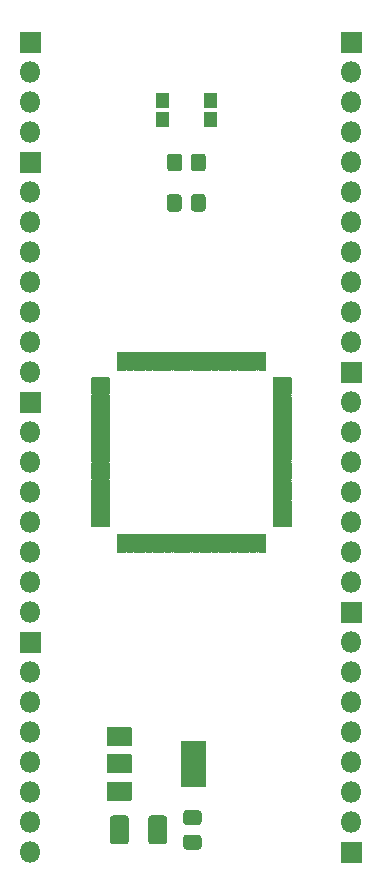
<source format=gbr>
G04 #@! TF.GenerationSoftware,KiCad,Pcbnew,5.1.7-a382d34a8~87~ubuntu20.04.1*
G04 #@! TF.CreationDate,2020-10-24T08:36:22+02:00*
G04 #@! TF.ProjectId,xmega_adapter_board,786d6567-615f-4616-9461-707465725f62,1.2.1*
G04 #@! TF.SameCoordinates,Original*
G04 #@! TF.FileFunction,Soldermask,Top*
G04 #@! TF.FilePolarity,Negative*
%FSLAX46Y46*%
G04 Gerber Fmt 4.6, Leading zero omitted, Abs format (unit mm)*
G04 Created by KiCad (PCBNEW 5.1.7-a382d34a8~87~ubuntu20.04.1) date 2020-10-24 08:36:22*
%MOMM*%
%LPD*%
G01*
G04 APERTURE LIST*
%ADD10O,1.802000X1.802000*%
%ADD11C,0.100000*%
G04 APERTURE END LIST*
G36*
G01*
X202667000Y-73536000D02*
X202667000Y-72336000D01*
G75*
G02*
X202718000Y-72285000I51000J0D01*
G01*
X203718000Y-72285000D01*
G75*
G02*
X203769000Y-72336000I0J-51000D01*
G01*
X203769000Y-73536000D01*
G75*
G02*
X203718000Y-73587000I-51000J0D01*
G01*
X202718000Y-73587000D01*
G75*
G02*
X202667000Y-73536000I0J51000D01*
G01*
G37*
G36*
G01*
X198567000Y-73536000D02*
X198567000Y-72336000D01*
G75*
G02*
X198618000Y-72285000I51000J0D01*
G01*
X199618000Y-72285000D01*
G75*
G02*
X199669000Y-72336000I0J-51000D01*
G01*
X199669000Y-73536000D01*
G75*
G02*
X199618000Y-73587000I-51000J0D01*
G01*
X198618000Y-73587000D01*
G75*
G02*
X198567000Y-73536000I0J51000D01*
G01*
G37*
G36*
G01*
X202667000Y-71936000D02*
X202667000Y-70736000D01*
G75*
G02*
X202718000Y-70685000I51000J0D01*
G01*
X203718000Y-70685000D01*
G75*
G02*
X203769000Y-70736000I0J-51000D01*
G01*
X203769000Y-71936000D01*
G75*
G02*
X203718000Y-71987000I-51000J0D01*
G01*
X202718000Y-71987000D01*
G75*
G02*
X202667000Y-71936000I0J51000D01*
G01*
G37*
G36*
G01*
X198567000Y-71936000D02*
X198567000Y-70736000D01*
G75*
G02*
X198618000Y-70685000I51000J0D01*
G01*
X199618000Y-70685000D01*
G75*
G02*
X199669000Y-70736000I0J-51000D01*
G01*
X199669000Y-71936000D01*
G75*
G02*
X199618000Y-71987000I-51000J0D01*
G01*
X198618000Y-71987000D01*
G75*
G02*
X198567000Y-71936000I0J51000D01*
G01*
G37*
G36*
G01*
X194427000Y-125958000D02*
X194427000Y-124458000D01*
G75*
G02*
X194478000Y-124407000I51000J0D01*
G01*
X196478000Y-124407000D01*
G75*
G02*
X196529000Y-124458000I0J-51000D01*
G01*
X196529000Y-125958000D01*
G75*
G02*
X196478000Y-126009000I-51000J0D01*
G01*
X194478000Y-126009000D01*
G75*
G02*
X194427000Y-125958000I0J51000D01*
G01*
G37*
G36*
G01*
X194427000Y-130558000D02*
X194427000Y-129058000D01*
G75*
G02*
X194478000Y-129007000I51000J0D01*
G01*
X196478000Y-129007000D01*
G75*
G02*
X196529000Y-129058000I0J-51000D01*
G01*
X196529000Y-130558000D01*
G75*
G02*
X196478000Y-130609000I-51000J0D01*
G01*
X194478000Y-130609000D01*
G75*
G02*
X194427000Y-130558000I0J51000D01*
G01*
G37*
G36*
G01*
X194427000Y-128258000D02*
X194427000Y-126758000D01*
G75*
G02*
X194478000Y-126707000I51000J0D01*
G01*
X196478000Y-126707000D01*
G75*
G02*
X196529000Y-126758000I0J-51000D01*
G01*
X196529000Y-128258000D01*
G75*
G02*
X196478000Y-128309000I-51000J0D01*
G01*
X194478000Y-128309000D01*
G75*
G02*
X194427000Y-128258000I0J51000D01*
G01*
G37*
G36*
G01*
X200727000Y-129408000D02*
X200727000Y-125608000D01*
G75*
G02*
X200778000Y-125557000I51000J0D01*
G01*
X202778000Y-125557000D01*
G75*
G02*
X202829000Y-125608000I0J-51000D01*
G01*
X202829000Y-129408000D01*
G75*
G02*
X202778000Y-129459000I-51000J0D01*
G01*
X200778000Y-129459000D01*
G75*
G02*
X200727000Y-129408000I0J51000D01*
G01*
G37*
G36*
G01*
X201526000Y-77060752D02*
X201526000Y-76101248D01*
G75*
G02*
X201797248Y-75830000I271248J0D01*
G01*
X202556752Y-75830000D01*
G75*
G02*
X202828000Y-76101248I0J-271248D01*
G01*
X202828000Y-77060752D01*
G75*
G02*
X202556752Y-77332000I-271248J0D01*
G01*
X201797248Y-77332000D01*
G75*
G02*
X201526000Y-77060752I0J271248D01*
G01*
G37*
G36*
G01*
X199526000Y-77060752D02*
X199526000Y-76101248D01*
G75*
G02*
X199797248Y-75830000I271248J0D01*
G01*
X200556752Y-75830000D01*
G75*
G02*
X200828000Y-76101248I0J-271248D01*
G01*
X200828000Y-77060752D01*
G75*
G02*
X200556752Y-77332000I-271248J0D01*
G01*
X199797248Y-77332000D01*
G75*
G02*
X199526000Y-77060752I0J271248D01*
G01*
G37*
G36*
G01*
X197928000Y-134055000D02*
X197928000Y-132137000D01*
G75*
G02*
X198195000Y-131870000I267000J0D01*
G01*
X199263000Y-131870000D01*
G75*
G02*
X199530000Y-132137000I0J-267000D01*
G01*
X199530000Y-134055000D01*
G75*
G02*
X199263000Y-134322000I-267000J0D01*
G01*
X198195000Y-134322000D01*
G75*
G02*
X197928000Y-134055000I0J267000D01*
G01*
G37*
G36*
G01*
X194678000Y-134055000D02*
X194678000Y-132137000D01*
G75*
G02*
X194945000Y-131870000I267000J0D01*
G01*
X196013000Y-131870000D01*
G75*
G02*
X196280000Y-132137000I0J-267000D01*
G01*
X196280000Y-134055000D01*
G75*
G02*
X196013000Y-134322000I-267000J0D01*
G01*
X194945000Y-134322000D01*
G75*
G02*
X194678000Y-134055000I0J267000D01*
G01*
G37*
G36*
G01*
X201171702Y-133495000D02*
X202180298Y-133495000D01*
G75*
G02*
X202452000Y-133766702I0J-271702D01*
G01*
X202452000Y-134500298D01*
G75*
G02*
X202180298Y-134772000I-271702J0D01*
G01*
X201171702Y-134772000D01*
G75*
G02*
X200900000Y-134500298I0J271702D01*
G01*
X200900000Y-133766702D01*
G75*
G02*
X201171702Y-133495000I271702J0D01*
G01*
G37*
G36*
G01*
X201171702Y-131420000D02*
X202180298Y-131420000D01*
G75*
G02*
X202452000Y-131691702I0J-271702D01*
G01*
X202452000Y-132425298D01*
G75*
G02*
X202180298Y-132697000I-271702J0D01*
G01*
X201171702Y-132697000D01*
G75*
G02*
X200900000Y-132425298I0J271702D01*
G01*
X200900000Y-131691702D01*
G75*
G02*
X201171702Y-131420000I271702J0D01*
G01*
G37*
G36*
G01*
X201558000Y-80488828D02*
X201558000Y-79531172D01*
G75*
G02*
X201830172Y-79259000I272172J0D01*
G01*
X202537828Y-79259000D01*
G75*
G02*
X202810000Y-79531172I0J-272172D01*
G01*
X202810000Y-80488828D01*
G75*
G02*
X202537828Y-80761000I-272172J0D01*
G01*
X201830172Y-80761000D01*
G75*
G02*
X201558000Y-80488828I0J272172D01*
G01*
G37*
G36*
G01*
X199508000Y-80488828D02*
X199508000Y-79531172D01*
G75*
G02*
X199780172Y-79259000I272172J0D01*
G01*
X200487828Y-79259000D01*
G75*
G02*
X200760000Y-79531172I0J-272172D01*
G01*
X200760000Y-80488828D01*
G75*
G02*
X200487828Y-80761000I-272172J0D01*
G01*
X199780172Y-80761000D01*
G75*
G02*
X199508000Y-80488828I0J272172D01*
G01*
G37*
D10*
X215138000Y-74041000D03*
X215138000Y-71501000D03*
X215138000Y-68961000D03*
G36*
G01*
X216039000Y-65571000D02*
X216039000Y-67271000D01*
G75*
G02*
X215988000Y-67322000I-51000J0D01*
G01*
X214288000Y-67322000D01*
G75*
G02*
X214237000Y-67271000I0J51000D01*
G01*
X214237000Y-65571000D01*
G75*
G02*
X214288000Y-65520000I51000J0D01*
G01*
X215988000Y-65520000D01*
G75*
G02*
X216039000Y-65571000I0J-51000D01*
G01*
G37*
X187960000Y-74041000D03*
X187960000Y-71501000D03*
X187960000Y-68961000D03*
G36*
G01*
X188861000Y-65571000D02*
X188861000Y-67271000D01*
G75*
G02*
X188810000Y-67322000I-51000J0D01*
G01*
X187110000Y-67322000D01*
G75*
G02*
X187059000Y-67271000I0J51000D01*
G01*
X187059000Y-65571000D01*
G75*
G02*
X187110000Y-65520000I51000J0D01*
G01*
X188810000Y-65520000D01*
G75*
G02*
X188861000Y-65571000I0J-51000D01*
G01*
G37*
G36*
G01*
X188861000Y-75731000D02*
X188861000Y-77431000D01*
G75*
G02*
X188810000Y-77482000I-51000J0D01*
G01*
X187110000Y-77482000D01*
G75*
G02*
X187059000Y-77431000I0J51000D01*
G01*
X187059000Y-75731000D01*
G75*
G02*
X187110000Y-75680000I51000J0D01*
G01*
X188810000Y-75680000D01*
G75*
G02*
X188861000Y-75731000I0J-51000D01*
G01*
G37*
X187960000Y-79121000D03*
X187960000Y-81661000D03*
X187960000Y-84201000D03*
X187960000Y-86741000D03*
X187960000Y-89281000D03*
X187960000Y-91821000D03*
X187960000Y-94361000D03*
X187960000Y-114681000D03*
X187960000Y-112141000D03*
X187960000Y-109601000D03*
X187960000Y-107061000D03*
X187960000Y-104521000D03*
X187960000Y-101981000D03*
X187960000Y-99441000D03*
G36*
G01*
X188861000Y-96051000D02*
X188861000Y-97751000D01*
G75*
G02*
X188810000Y-97802000I-51000J0D01*
G01*
X187110000Y-97802000D01*
G75*
G02*
X187059000Y-97751000I0J51000D01*
G01*
X187059000Y-96051000D01*
G75*
G02*
X187110000Y-96000000I51000J0D01*
G01*
X188810000Y-96000000D01*
G75*
G02*
X188861000Y-96051000I0J-51000D01*
G01*
G37*
G36*
G01*
X188861000Y-116371000D02*
X188861000Y-118071000D01*
G75*
G02*
X188810000Y-118122000I-51000J0D01*
G01*
X187110000Y-118122000D01*
G75*
G02*
X187059000Y-118071000I0J51000D01*
G01*
X187059000Y-116371000D01*
G75*
G02*
X187110000Y-116320000I51000J0D01*
G01*
X188810000Y-116320000D01*
G75*
G02*
X188861000Y-116371000I0J-51000D01*
G01*
G37*
X187960000Y-119761000D03*
X187960000Y-122301000D03*
X187960000Y-124841000D03*
X187960000Y-127381000D03*
X187960000Y-129921000D03*
X187960000Y-132461000D03*
X187960000Y-135001000D03*
X215138000Y-117221000D03*
X215138000Y-119761000D03*
X215138000Y-122301000D03*
X215138000Y-124841000D03*
X215138000Y-127381000D03*
X215138000Y-129921000D03*
X215138000Y-132461000D03*
G36*
G01*
X214237000Y-135851000D02*
X214237000Y-134151000D01*
G75*
G02*
X214288000Y-134100000I51000J0D01*
G01*
X215988000Y-134100000D01*
G75*
G02*
X216039000Y-134151000I0J-51000D01*
G01*
X216039000Y-135851000D01*
G75*
G02*
X215988000Y-135902000I-51000J0D01*
G01*
X214288000Y-135902000D01*
G75*
G02*
X214237000Y-135851000I0J51000D01*
G01*
G37*
G36*
G01*
X214237000Y-115531000D02*
X214237000Y-113831000D01*
G75*
G02*
X214288000Y-113780000I51000J0D01*
G01*
X215988000Y-113780000D01*
G75*
G02*
X216039000Y-113831000I0J-51000D01*
G01*
X216039000Y-115531000D01*
G75*
G02*
X215988000Y-115582000I-51000J0D01*
G01*
X214288000Y-115582000D01*
G75*
G02*
X214237000Y-115531000I0J51000D01*
G01*
G37*
X215138000Y-112141000D03*
X215138000Y-109601000D03*
X215138000Y-107061000D03*
X215138000Y-104521000D03*
X215138000Y-101981000D03*
X215138000Y-99441000D03*
X215138000Y-96901000D03*
X215138000Y-76581000D03*
X215138000Y-79121000D03*
X215138000Y-81661000D03*
X215138000Y-84201000D03*
X215138000Y-86741000D03*
X215138000Y-89281000D03*
X215138000Y-91821000D03*
G36*
G01*
X214237000Y-95211000D02*
X214237000Y-93511000D01*
G75*
G02*
X214288000Y-93460000I51000J0D01*
G01*
X215988000Y-93460000D01*
G75*
G02*
X216039000Y-93511000I0J-51000D01*
G01*
X216039000Y-95211000D01*
G75*
G02*
X215988000Y-95262000I-51000J0D01*
G01*
X214288000Y-95262000D01*
G75*
G02*
X214237000Y-95211000I0J51000D01*
G01*
G37*
G36*
G01*
X193095000Y-95386000D02*
X193095000Y-94836000D01*
G75*
G02*
X193146000Y-94785000I51000J0D01*
G01*
X194646000Y-94785000D01*
G75*
G02*
X194697000Y-94836000I0J-51000D01*
G01*
X194697000Y-95386000D01*
G75*
G02*
X194646000Y-95437000I-51000J0D01*
G01*
X193146000Y-95437000D01*
G75*
G02*
X193095000Y-95386000I0J51000D01*
G01*
G37*
G36*
G01*
X193095000Y-96186000D02*
X193095000Y-95636000D01*
G75*
G02*
X193146000Y-95585000I51000J0D01*
G01*
X194646000Y-95585000D01*
G75*
G02*
X194697000Y-95636000I0J-51000D01*
G01*
X194697000Y-96186000D01*
G75*
G02*
X194646000Y-96237000I-51000J0D01*
G01*
X193146000Y-96237000D01*
G75*
G02*
X193095000Y-96186000I0J51000D01*
G01*
G37*
G36*
G01*
X193095000Y-96986000D02*
X193095000Y-96436000D01*
G75*
G02*
X193146000Y-96385000I51000J0D01*
G01*
X194646000Y-96385000D01*
G75*
G02*
X194697000Y-96436000I0J-51000D01*
G01*
X194697000Y-96986000D01*
G75*
G02*
X194646000Y-97037000I-51000J0D01*
G01*
X193146000Y-97037000D01*
G75*
G02*
X193095000Y-96986000I0J51000D01*
G01*
G37*
G36*
G01*
X193095000Y-97786000D02*
X193095000Y-97236000D01*
G75*
G02*
X193146000Y-97185000I51000J0D01*
G01*
X194646000Y-97185000D01*
G75*
G02*
X194697000Y-97236000I0J-51000D01*
G01*
X194697000Y-97786000D01*
G75*
G02*
X194646000Y-97837000I-51000J0D01*
G01*
X193146000Y-97837000D01*
G75*
G02*
X193095000Y-97786000I0J51000D01*
G01*
G37*
G36*
G01*
X193095000Y-98586000D02*
X193095000Y-98036000D01*
G75*
G02*
X193146000Y-97985000I51000J0D01*
G01*
X194646000Y-97985000D01*
G75*
G02*
X194697000Y-98036000I0J-51000D01*
G01*
X194697000Y-98586000D01*
G75*
G02*
X194646000Y-98637000I-51000J0D01*
G01*
X193146000Y-98637000D01*
G75*
G02*
X193095000Y-98586000I0J51000D01*
G01*
G37*
G36*
G01*
X193095000Y-99386000D02*
X193095000Y-98836000D01*
G75*
G02*
X193146000Y-98785000I51000J0D01*
G01*
X194646000Y-98785000D01*
G75*
G02*
X194697000Y-98836000I0J-51000D01*
G01*
X194697000Y-99386000D01*
G75*
G02*
X194646000Y-99437000I-51000J0D01*
G01*
X193146000Y-99437000D01*
G75*
G02*
X193095000Y-99386000I0J51000D01*
G01*
G37*
G36*
G01*
X193095000Y-100186000D02*
X193095000Y-99636000D01*
G75*
G02*
X193146000Y-99585000I51000J0D01*
G01*
X194646000Y-99585000D01*
G75*
G02*
X194697000Y-99636000I0J-51000D01*
G01*
X194697000Y-100186000D01*
G75*
G02*
X194646000Y-100237000I-51000J0D01*
G01*
X193146000Y-100237000D01*
G75*
G02*
X193095000Y-100186000I0J51000D01*
G01*
G37*
G36*
G01*
X193095000Y-100986000D02*
X193095000Y-100436000D01*
G75*
G02*
X193146000Y-100385000I51000J0D01*
G01*
X194646000Y-100385000D01*
G75*
G02*
X194697000Y-100436000I0J-51000D01*
G01*
X194697000Y-100986000D01*
G75*
G02*
X194646000Y-101037000I-51000J0D01*
G01*
X193146000Y-101037000D01*
G75*
G02*
X193095000Y-100986000I0J51000D01*
G01*
G37*
G36*
G01*
X193095000Y-101786000D02*
X193095000Y-101236000D01*
G75*
G02*
X193146000Y-101185000I51000J0D01*
G01*
X194646000Y-101185000D01*
G75*
G02*
X194697000Y-101236000I0J-51000D01*
G01*
X194697000Y-101786000D01*
G75*
G02*
X194646000Y-101837000I-51000J0D01*
G01*
X193146000Y-101837000D01*
G75*
G02*
X193095000Y-101786000I0J51000D01*
G01*
G37*
G36*
G01*
X193095000Y-102586000D02*
X193095000Y-102036000D01*
G75*
G02*
X193146000Y-101985000I51000J0D01*
G01*
X194646000Y-101985000D01*
G75*
G02*
X194697000Y-102036000I0J-51000D01*
G01*
X194697000Y-102586000D01*
G75*
G02*
X194646000Y-102637000I-51000J0D01*
G01*
X193146000Y-102637000D01*
G75*
G02*
X193095000Y-102586000I0J51000D01*
G01*
G37*
G36*
G01*
X193095000Y-103386000D02*
X193095000Y-102836000D01*
G75*
G02*
X193146000Y-102785000I51000J0D01*
G01*
X194646000Y-102785000D01*
G75*
G02*
X194697000Y-102836000I0J-51000D01*
G01*
X194697000Y-103386000D01*
G75*
G02*
X194646000Y-103437000I-51000J0D01*
G01*
X193146000Y-103437000D01*
G75*
G02*
X193095000Y-103386000I0J51000D01*
G01*
G37*
G36*
G01*
X193095000Y-104186000D02*
X193095000Y-103636000D01*
G75*
G02*
X193146000Y-103585000I51000J0D01*
G01*
X194646000Y-103585000D01*
G75*
G02*
X194697000Y-103636000I0J-51000D01*
G01*
X194697000Y-104186000D01*
G75*
G02*
X194646000Y-104237000I-51000J0D01*
G01*
X193146000Y-104237000D01*
G75*
G02*
X193095000Y-104186000I0J51000D01*
G01*
G37*
G36*
G01*
X193095000Y-104986000D02*
X193095000Y-104436000D01*
G75*
G02*
X193146000Y-104385000I51000J0D01*
G01*
X194646000Y-104385000D01*
G75*
G02*
X194697000Y-104436000I0J-51000D01*
G01*
X194697000Y-104986000D01*
G75*
G02*
X194646000Y-105037000I-51000J0D01*
G01*
X193146000Y-105037000D01*
G75*
G02*
X193095000Y-104986000I0J51000D01*
G01*
G37*
G36*
G01*
X193095000Y-105786000D02*
X193095000Y-105236000D01*
G75*
G02*
X193146000Y-105185000I51000J0D01*
G01*
X194646000Y-105185000D01*
G75*
G02*
X194697000Y-105236000I0J-51000D01*
G01*
X194697000Y-105786000D01*
G75*
G02*
X194646000Y-105837000I-51000J0D01*
G01*
X193146000Y-105837000D01*
G75*
G02*
X193095000Y-105786000I0J51000D01*
G01*
G37*
G36*
G01*
X193095000Y-106586000D02*
X193095000Y-106036000D01*
G75*
G02*
X193146000Y-105985000I51000J0D01*
G01*
X194646000Y-105985000D01*
G75*
G02*
X194697000Y-106036000I0J-51000D01*
G01*
X194697000Y-106586000D01*
G75*
G02*
X194646000Y-106637000I-51000J0D01*
G01*
X193146000Y-106637000D01*
G75*
G02*
X193095000Y-106586000I0J51000D01*
G01*
G37*
G36*
G01*
X193095000Y-107386000D02*
X193095000Y-106836000D01*
G75*
G02*
X193146000Y-106785000I51000J0D01*
G01*
X194646000Y-106785000D01*
G75*
G02*
X194697000Y-106836000I0J-51000D01*
G01*
X194697000Y-107386000D01*
G75*
G02*
X194646000Y-107437000I-51000J0D01*
G01*
X193146000Y-107437000D01*
G75*
G02*
X193095000Y-107386000I0J51000D01*
G01*
G37*
G36*
G01*
X195871000Y-109612000D02*
X195321000Y-109612000D01*
G75*
G02*
X195270000Y-109561000I0J51000D01*
G01*
X195270000Y-108061000D01*
G75*
G02*
X195321000Y-108010000I51000J0D01*
G01*
X195871000Y-108010000D01*
G75*
G02*
X195922000Y-108061000I0J-51000D01*
G01*
X195922000Y-109561000D01*
G75*
G02*
X195871000Y-109612000I-51000J0D01*
G01*
G37*
G36*
G01*
X196671000Y-109612000D02*
X196121000Y-109612000D01*
G75*
G02*
X196070000Y-109561000I0J51000D01*
G01*
X196070000Y-108061000D01*
G75*
G02*
X196121000Y-108010000I51000J0D01*
G01*
X196671000Y-108010000D01*
G75*
G02*
X196722000Y-108061000I0J-51000D01*
G01*
X196722000Y-109561000D01*
G75*
G02*
X196671000Y-109612000I-51000J0D01*
G01*
G37*
G36*
G01*
X197471000Y-109612000D02*
X196921000Y-109612000D01*
G75*
G02*
X196870000Y-109561000I0J51000D01*
G01*
X196870000Y-108061000D01*
G75*
G02*
X196921000Y-108010000I51000J0D01*
G01*
X197471000Y-108010000D01*
G75*
G02*
X197522000Y-108061000I0J-51000D01*
G01*
X197522000Y-109561000D01*
G75*
G02*
X197471000Y-109612000I-51000J0D01*
G01*
G37*
G36*
G01*
X198271000Y-109612000D02*
X197721000Y-109612000D01*
G75*
G02*
X197670000Y-109561000I0J51000D01*
G01*
X197670000Y-108061000D01*
G75*
G02*
X197721000Y-108010000I51000J0D01*
G01*
X198271000Y-108010000D01*
G75*
G02*
X198322000Y-108061000I0J-51000D01*
G01*
X198322000Y-109561000D01*
G75*
G02*
X198271000Y-109612000I-51000J0D01*
G01*
G37*
G36*
G01*
X199071000Y-109612000D02*
X198521000Y-109612000D01*
G75*
G02*
X198470000Y-109561000I0J51000D01*
G01*
X198470000Y-108061000D01*
G75*
G02*
X198521000Y-108010000I51000J0D01*
G01*
X199071000Y-108010000D01*
G75*
G02*
X199122000Y-108061000I0J-51000D01*
G01*
X199122000Y-109561000D01*
G75*
G02*
X199071000Y-109612000I-51000J0D01*
G01*
G37*
G36*
G01*
X199871000Y-109612000D02*
X199321000Y-109612000D01*
G75*
G02*
X199270000Y-109561000I0J51000D01*
G01*
X199270000Y-108061000D01*
G75*
G02*
X199321000Y-108010000I51000J0D01*
G01*
X199871000Y-108010000D01*
G75*
G02*
X199922000Y-108061000I0J-51000D01*
G01*
X199922000Y-109561000D01*
G75*
G02*
X199871000Y-109612000I-51000J0D01*
G01*
G37*
G36*
G01*
X200671000Y-109612000D02*
X200121000Y-109612000D01*
G75*
G02*
X200070000Y-109561000I0J51000D01*
G01*
X200070000Y-108061000D01*
G75*
G02*
X200121000Y-108010000I51000J0D01*
G01*
X200671000Y-108010000D01*
G75*
G02*
X200722000Y-108061000I0J-51000D01*
G01*
X200722000Y-109561000D01*
G75*
G02*
X200671000Y-109612000I-51000J0D01*
G01*
G37*
G36*
G01*
X201471000Y-109612000D02*
X200921000Y-109612000D01*
G75*
G02*
X200870000Y-109561000I0J51000D01*
G01*
X200870000Y-108061000D01*
G75*
G02*
X200921000Y-108010000I51000J0D01*
G01*
X201471000Y-108010000D01*
G75*
G02*
X201522000Y-108061000I0J-51000D01*
G01*
X201522000Y-109561000D01*
G75*
G02*
X201471000Y-109612000I-51000J0D01*
G01*
G37*
G36*
G01*
X202271000Y-109612000D02*
X201721000Y-109612000D01*
G75*
G02*
X201670000Y-109561000I0J51000D01*
G01*
X201670000Y-108061000D01*
G75*
G02*
X201721000Y-108010000I51000J0D01*
G01*
X202271000Y-108010000D01*
G75*
G02*
X202322000Y-108061000I0J-51000D01*
G01*
X202322000Y-109561000D01*
G75*
G02*
X202271000Y-109612000I-51000J0D01*
G01*
G37*
G36*
G01*
X203071000Y-109612000D02*
X202521000Y-109612000D01*
G75*
G02*
X202470000Y-109561000I0J51000D01*
G01*
X202470000Y-108061000D01*
G75*
G02*
X202521000Y-108010000I51000J0D01*
G01*
X203071000Y-108010000D01*
G75*
G02*
X203122000Y-108061000I0J-51000D01*
G01*
X203122000Y-109561000D01*
G75*
G02*
X203071000Y-109612000I-51000J0D01*
G01*
G37*
G36*
G01*
X203871000Y-109612000D02*
X203321000Y-109612000D01*
G75*
G02*
X203270000Y-109561000I0J51000D01*
G01*
X203270000Y-108061000D01*
G75*
G02*
X203321000Y-108010000I51000J0D01*
G01*
X203871000Y-108010000D01*
G75*
G02*
X203922000Y-108061000I0J-51000D01*
G01*
X203922000Y-109561000D01*
G75*
G02*
X203871000Y-109612000I-51000J0D01*
G01*
G37*
G36*
G01*
X204671000Y-109612000D02*
X204121000Y-109612000D01*
G75*
G02*
X204070000Y-109561000I0J51000D01*
G01*
X204070000Y-108061000D01*
G75*
G02*
X204121000Y-108010000I51000J0D01*
G01*
X204671000Y-108010000D01*
G75*
G02*
X204722000Y-108061000I0J-51000D01*
G01*
X204722000Y-109561000D01*
G75*
G02*
X204671000Y-109612000I-51000J0D01*
G01*
G37*
G36*
G01*
X205471000Y-109612000D02*
X204921000Y-109612000D01*
G75*
G02*
X204870000Y-109561000I0J51000D01*
G01*
X204870000Y-108061000D01*
G75*
G02*
X204921000Y-108010000I51000J0D01*
G01*
X205471000Y-108010000D01*
G75*
G02*
X205522000Y-108061000I0J-51000D01*
G01*
X205522000Y-109561000D01*
G75*
G02*
X205471000Y-109612000I-51000J0D01*
G01*
G37*
G36*
G01*
X206271000Y-109612000D02*
X205721000Y-109612000D01*
G75*
G02*
X205670000Y-109561000I0J51000D01*
G01*
X205670000Y-108061000D01*
G75*
G02*
X205721000Y-108010000I51000J0D01*
G01*
X206271000Y-108010000D01*
G75*
G02*
X206322000Y-108061000I0J-51000D01*
G01*
X206322000Y-109561000D01*
G75*
G02*
X206271000Y-109612000I-51000J0D01*
G01*
G37*
G36*
G01*
X207071000Y-109612000D02*
X206521000Y-109612000D01*
G75*
G02*
X206470000Y-109561000I0J51000D01*
G01*
X206470000Y-108061000D01*
G75*
G02*
X206521000Y-108010000I51000J0D01*
G01*
X207071000Y-108010000D01*
G75*
G02*
X207122000Y-108061000I0J-51000D01*
G01*
X207122000Y-109561000D01*
G75*
G02*
X207071000Y-109612000I-51000J0D01*
G01*
G37*
G36*
G01*
X207871000Y-109612000D02*
X207321000Y-109612000D01*
G75*
G02*
X207270000Y-109561000I0J51000D01*
G01*
X207270000Y-108061000D01*
G75*
G02*
X207321000Y-108010000I51000J0D01*
G01*
X207871000Y-108010000D01*
G75*
G02*
X207922000Y-108061000I0J-51000D01*
G01*
X207922000Y-109561000D01*
G75*
G02*
X207871000Y-109612000I-51000J0D01*
G01*
G37*
G36*
G01*
X208495000Y-107386000D02*
X208495000Y-106836000D01*
G75*
G02*
X208546000Y-106785000I51000J0D01*
G01*
X210046000Y-106785000D01*
G75*
G02*
X210097000Y-106836000I0J-51000D01*
G01*
X210097000Y-107386000D01*
G75*
G02*
X210046000Y-107437000I-51000J0D01*
G01*
X208546000Y-107437000D01*
G75*
G02*
X208495000Y-107386000I0J51000D01*
G01*
G37*
G36*
G01*
X208495000Y-106586000D02*
X208495000Y-106036000D01*
G75*
G02*
X208546000Y-105985000I51000J0D01*
G01*
X210046000Y-105985000D01*
G75*
G02*
X210097000Y-106036000I0J-51000D01*
G01*
X210097000Y-106586000D01*
G75*
G02*
X210046000Y-106637000I-51000J0D01*
G01*
X208546000Y-106637000D01*
G75*
G02*
X208495000Y-106586000I0J51000D01*
G01*
G37*
G36*
G01*
X208495000Y-105786000D02*
X208495000Y-105236000D01*
G75*
G02*
X208546000Y-105185000I51000J0D01*
G01*
X210046000Y-105185000D01*
G75*
G02*
X210097000Y-105236000I0J-51000D01*
G01*
X210097000Y-105786000D01*
G75*
G02*
X210046000Y-105837000I-51000J0D01*
G01*
X208546000Y-105837000D01*
G75*
G02*
X208495000Y-105786000I0J51000D01*
G01*
G37*
G36*
G01*
X208495000Y-104986000D02*
X208495000Y-104436000D01*
G75*
G02*
X208546000Y-104385000I51000J0D01*
G01*
X210046000Y-104385000D01*
G75*
G02*
X210097000Y-104436000I0J-51000D01*
G01*
X210097000Y-104986000D01*
G75*
G02*
X210046000Y-105037000I-51000J0D01*
G01*
X208546000Y-105037000D01*
G75*
G02*
X208495000Y-104986000I0J51000D01*
G01*
G37*
G36*
G01*
X208495000Y-104186000D02*
X208495000Y-103636000D01*
G75*
G02*
X208546000Y-103585000I51000J0D01*
G01*
X210046000Y-103585000D01*
G75*
G02*
X210097000Y-103636000I0J-51000D01*
G01*
X210097000Y-104186000D01*
G75*
G02*
X210046000Y-104237000I-51000J0D01*
G01*
X208546000Y-104237000D01*
G75*
G02*
X208495000Y-104186000I0J51000D01*
G01*
G37*
G36*
G01*
X208495000Y-103386000D02*
X208495000Y-102836000D01*
G75*
G02*
X208546000Y-102785000I51000J0D01*
G01*
X210046000Y-102785000D01*
G75*
G02*
X210097000Y-102836000I0J-51000D01*
G01*
X210097000Y-103386000D01*
G75*
G02*
X210046000Y-103437000I-51000J0D01*
G01*
X208546000Y-103437000D01*
G75*
G02*
X208495000Y-103386000I0J51000D01*
G01*
G37*
G36*
G01*
X208495000Y-102586000D02*
X208495000Y-102036000D01*
G75*
G02*
X208546000Y-101985000I51000J0D01*
G01*
X210046000Y-101985000D01*
G75*
G02*
X210097000Y-102036000I0J-51000D01*
G01*
X210097000Y-102586000D01*
G75*
G02*
X210046000Y-102637000I-51000J0D01*
G01*
X208546000Y-102637000D01*
G75*
G02*
X208495000Y-102586000I0J51000D01*
G01*
G37*
G36*
G01*
X208495000Y-101786000D02*
X208495000Y-101236000D01*
G75*
G02*
X208546000Y-101185000I51000J0D01*
G01*
X210046000Y-101185000D01*
G75*
G02*
X210097000Y-101236000I0J-51000D01*
G01*
X210097000Y-101786000D01*
G75*
G02*
X210046000Y-101837000I-51000J0D01*
G01*
X208546000Y-101837000D01*
G75*
G02*
X208495000Y-101786000I0J51000D01*
G01*
G37*
G36*
G01*
X208495000Y-100986000D02*
X208495000Y-100436000D01*
G75*
G02*
X208546000Y-100385000I51000J0D01*
G01*
X210046000Y-100385000D01*
G75*
G02*
X210097000Y-100436000I0J-51000D01*
G01*
X210097000Y-100986000D01*
G75*
G02*
X210046000Y-101037000I-51000J0D01*
G01*
X208546000Y-101037000D01*
G75*
G02*
X208495000Y-100986000I0J51000D01*
G01*
G37*
G36*
G01*
X208495000Y-100186000D02*
X208495000Y-99636000D01*
G75*
G02*
X208546000Y-99585000I51000J0D01*
G01*
X210046000Y-99585000D01*
G75*
G02*
X210097000Y-99636000I0J-51000D01*
G01*
X210097000Y-100186000D01*
G75*
G02*
X210046000Y-100237000I-51000J0D01*
G01*
X208546000Y-100237000D01*
G75*
G02*
X208495000Y-100186000I0J51000D01*
G01*
G37*
G36*
G01*
X208495000Y-99386000D02*
X208495000Y-98836000D01*
G75*
G02*
X208546000Y-98785000I51000J0D01*
G01*
X210046000Y-98785000D01*
G75*
G02*
X210097000Y-98836000I0J-51000D01*
G01*
X210097000Y-99386000D01*
G75*
G02*
X210046000Y-99437000I-51000J0D01*
G01*
X208546000Y-99437000D01*
G75*
G02*
X208495000Y-99386000I0J51000D01*
G01*
G37*
G36*
G01*
X208495000Y-98586000D02*
X208495000Y-98036000D01*
G75*
G02*
X208546000Y-97985000I51000J0D01*
G01*
X210046000Y-97985000D01*
G75*
G02*
X210097000Y-98036000I0J-51000D01*
G01*
X210097000Y-98586000D01*
G75*
G02*
X210046000Y-98637000I-51000J0D01*
G01*
X208546000Y-98637000D01*
G75*
G02*
X208495000Y-98586000I0J51000D01*
G01*
G37*
G36*
G01*
X208495000Y-97786000D02*
X208495000Y-97236000D01*
G75*
G02*
X208546000Y-97185000I51000J0D01*
G01*
X210046000Y-97185000D01*
G75*
G02*
X210097000Y-97236000I0J-51000D01*
G01*
X210097000Y-97786000D01*
G75*
G02*
X210046000Y-97837000I-51000J0D01*
G01*
X208546000Y-97837000D01*
G75*
G02*
X208495000Y-97786000I0J51000D01*
G01*
G37*
G36*
G01*
X208495000Y-96986000D02*
X208495000Y-96436000D01*
G75*
G02*
X208546000Y-96385000I51000J0D01*
G01*
X210046000Y-96385000D01*
G75*
G02*
X210097000Y-96436000I0J-51000D01*
G01*
X210097000Y-96986000D01*
G75*
G02*
X210046000Y-97037000I-51000J0D01*
G01*
X208546000Y-97037000D01*
G75*
G02*
X208495000Y-96986000I0J51000D01*
G01*
G37*
G36*
G01*
X208495000Y-96186000D02*
X208495000Y-95636000D01*
G75*
G02*
X208546000Y-95585000I51000J0D01*
G01*
X210046000Y-95585000D01*
G75*
G02*
X210097000Y-95636000I0J-51000D01*
G01*
X210097000Y-96186000D01*
G75*
G02*
X210046000Y-96237000I-51000J0D01*
G01*
X208546000Y-96237000D01*
G75*
G02*
X208495000Y-96186000I0J51000D01*
G01*
G37*
G36*
G01*
X208495000Y-95386000D02*
X208495000Y-94836000D01*
G75*
G02*
X208546000Y-94785000I51000J0D01*
G01*
X210046000Y-94785000D01*
G75*
G02*
X210097000Y-94836000I0J-51000D01*
G01*
X210097000Y-95386000D01*
G75*
G02*
X210046000Y-95437000I-51000J0D01*
G01*
X208546000Y-95437000D01*
G75*
G02*
X208495000Y-95386000I0J51000D01*
G01*
G37*
G36*
G01*
X207871000Y-94212000D02*
X207321000Y-94212000D01*
G75*
G02*
X207270000Y-94161000I0J51000D01*
G01*
X207270000Y-92661000D01*
G75*
G02*
X207321000Y-92610000I51000J0D01*
G01*
X207871000Y-92610000D01*
G75*
G02*
X207922000Y-92661000I0J-51000D01*
G01*
X207922000Y-94161000D01*
G75*
G02*
X207871000Y-94212000I-51000J0D01*
G01*
G37*
G36*
G01*
X207071000Y-94212000D02*
X206521000Y-94212000D01*
G75*
G02*
X206470000Y-94161000I0J51000D01*
G01*
X206470000Y-92661000D01*
G75*
G02*
X206521000Y-92610000I51000J0D01*
G01*
X207071000Y-92610000D01*
G75*
G02*
X207122000Y-92661000I0J-51000D01*
G01*
X207122000Y-94161000D01*
G75*
G02*
X207071000Y-94212000I-51000J0D01*
G01*
G37*
G36*
G01*
X206271000Y-94212000D02*
X205721000Y-94212000D01*
G75*
G02*
X205670000Y-94161000I0J51000D01*
G01*
X205670000Y-92661000D01*
G75*
G02*
X205721000Y-92610000I51000J0D01*
G01*
X206271000Y-92610000D01*
G75*
G02*
X206322000Y-92661000I0J-51000D01*
G01*
X206322000Y-94161000D01*
G75*
G02*
X206271000Y-94212000I-51000J0D01*
G01*
G37*
G36*
G01*
X205471000Y-94212000D02*
X204921000Y-94212000D01*
G75*
G02*
X204870000Y-94161000I0J51000D01*
G01*
X204870000Y-92661000D01*
G75*
G02*
X204921000Y-92610000I51000J0D01*
G01*
X205471000Y-92610000D01*
G75*
G02*
X205522000Y-92661000I0J-51000D01*
G01*
X205522000Y-94161000D01*
G75*
G02*
X205471000Y-94212000I-51000J0D01*
G01*
G37*
G36*
G01*
X204671000Y-94212000D02*
X204121000Y-94212000D01*
G75*
G02*
X204070000Y-94161000I0J51000D01*
G01*
X204070000Y-92661000D01*
G75*
G02*
X204121000Y-92610000I51000J0D01*
G01*
X204671000Y-92610000D01*
G75*
G02*
X204722000Y-92661000I0J-51000D01*
G01*
X204722000Y-94161000D01*
G75*
G02*
X204671000Y-94212000I-51000J0D01*
G01*
G37*
G36*
G01*
X203871000Y-94212000D02*
X203321000Y-94212000D01*
G75*
G02*
X203270000Y-94161000I0J51000D01*
G01*
X203270000Y-92661000D01*
G75*
G02*
X203321000Y-92610000I51000J0D01*
G01*
X203871000Y-92610000D01*
G75*
G02*
X203922000Y-92661000I0J-51000D01*
G01*
X203922000Y-94161000D01*
G75*
G02*
X203871000Y-94212000I-51000J0D01*
G01*
G37*
G36*
G01*
X203071000Y-94212000D02*
X202521000Y-94212000D01*
G75*
G02*
X202470000Y-94161000I0J51000D01*
G01*
X202470000Y-92661000D01*
G75*
G02*
X202521000Y-92610000I51000J0D01*
G01*
X203071000Y-92610000D01*
G75*
G02*
X203122000Y-92661000I0J-51000D01*
G01*
X203122000Y-94161000D01*
G75*
G02*
X203071000Y-94212000I-51000J0D01*
G01*
G37*
G36*
G01*
X202271000Y-94212000D02*
X201721000Y-94212000D01*
G75*
G02*
X201670000Y-94161000I0J51000D01*
G01*
X201670000Y-92661000D01*
G75*
G02*
X201721000Y-92610000I51000J0D01*
G01*
X202271000Y-92610000D01*
G75*
G02*
X202322000Y-92661000I0J-51000D01*
G01*
X202322000Y-94161000D01*
G75*
G02*
X202271000Y-94212000I-51000J0D01*
G01*
G37*
G36*
G01*
X201471000Y-94212000D02*
X200921000Y-94212000D01*
G75*
G02*
X200870000Y-94161000I0J51000D01*
G01*
X200870000Y-92661000D01*
G75*
G02*
X200921000Y-92610000I51000J0D01*
G01*
X201471000Y-92610000D01*
G75*
G02*
X201522000Y-92661000I0J-51000D01*
G01*
X201522000Y-94161000D01*
G75*
G02*
X201471000Y-94212000I-51000J0D01*
G01*
G37*
G36*
G01*
X200671000Y-94212000D02*
X200121000Y-94212000D01*
G75*
G02*
X200070000Y-94161000I0J51000D01*
G01*
X200070000Y-92661000D01*
G75*
G02*
X200121000Y-92610000I51000J0D01*
G01*
X200671000Y-92610000D01*
G75*
G02*
X200722000Y-92661000I0J-51000D01*
G01*
X200722000Y-94161000D01*
G75*
G02*
X200671000Y-94212000I-51000J0D01*
G01*
G37*
G36*
G01*
X199871000Y-94212000D02*
X199321000Y-94212000D01*
G75*
G02*
X199270000Y-94161000I0J51000D01*
G01*
X199270000Y-92661000D01*
G75*
G02*
X199321000Y-92610000I51000J0D01*
G01*
X199871000Y-92610000D01*
G75*
G02*
X199922000Y-92661000I0J-51000D01*
G01*
X199922000Y-94161000D01*
G75*
G02*
X199871000Y-94212000I-51000J0D01*
G01*
G37*
G36*
G01*
X199071000Y-94212000D02*
X198521000Y-94212000D01*
G75*
G02*
X198470000Y-94161000I0J51000D01*
G01*
X198470000Y-92661000D01*
G75*
G02*
X198521000Y-92610000I51000J0D01*
G01*
X199071000Y-92610000D01*
G75*
G02*
X199122000Y-92661000I0J-51000D01*
G01*
X199122000Y-94161000D01*
G75*
G02*
X199071000Y-94212000I-51000J0D01*
G01*
G37*
G36*
G01*
X198271000Y-94212000D02*
X197721000Y-94212000D01*
G75*
G02*
X197670000Y-94161000I0J51000D01*
G01*
X197670000Y-92661000D01*
G75*
G02*
X197721000Y-92610000I51000J0D01*
G01*
X198271000Y-92610000D01*
G75*
G02*
X198322000Y-92661000I0J-51000D01*
G01*
X198322000Y-94161000D01*
G75*
G02*
X198271000Y-94212000I-51000J0D01*
G01*
G37*
G36*
G01*
X197471000Y-94212000D02*
X196921000Y-94212000D01*
G75*
G02*
X196870000Y-94161000I0J51000D01*
G01*
X196870000Y-92661000D01*
G75*
G02*
X196921000Y-92610000I51000J0D01*
G01*
X197471000Y-92610000D01*
G75*
G02*
X197522000Y-92661000I0J-51000D01*
G01*
X197522000Y-94161000D01*
G75*
G02*
X197471000Y-94212000I-51000J0D01*
G01*
G37*
G36*
G01*
X196671000Y-94212000D02*
X196121000Y-94212000D01*
G75*
G02*
X196070000Y-94161000I0J51000D01*
G01*
X196070000Y-92661000D01*
G75*
G02*
X196121000Y-92610000I51000J0D01*
G01*
X196671000Y-92610000D01*
G75*
G02*
X196722000Y-92661000I0J-51000D01*
G01*
X196722000Y-94161000D01*
G75*
G02*
X196671000Y-94212000I-51000J0D01*
G01*
G37*
G36*
G01*
X195871000Y-94212000D02*
X195321000Y-94212000D01*
G75*
G02*
X195270000Y-94161000I0J51000D01*
G01*
X195270000Y-92661000D01*
G75*
G02*
X195321000Y-92610000I51000J0D01*
G01*
X195871000Y-92610000D01*
G75*
G02*
X195922000Y-92661000I0J-51000D01*
G01*
X195922000Y-94161000D01*
G75*
G02*
X195871000Y-94212000I-51000J0D01*
G01*
G37*
D11*
G36*
X207271732Y-108009000D02*
G01*
X207272000Y-108010000D01*
X207272000Y-109612000D01*
X207271000Y-109613732D01*
X207270000Y-109614000D01*
X207122000Y-109614000D01*
X207120268Y-109613000D01*
X207120000Y-109612000D01*
X207120000Y-108012000D01*
X206472000Y-108012000D01*
X206472000Y-109612000D01*
X206471000Y-109613732D01*
X206470000Y-109614000D01*
X206322000Y-109614000D01*
X206320268Y-109613000D01*
X206320000Y-109612000D01*
X206320000Y-108012000D01*
X205672000Y-108012000D01*
X205672000Y-109612000D01*
X205671000Y-109613732D01*
X205670000Y-109614000D01*
X205522000Y-109614000D01*
X205520268Y-109613000D01*
X205520000Y-109612000D01*
X205520000Y-108012000D01*
X204872000Y-108012000D01*
X204872000Y-109612000D01*
X204871000Y-109613732D01*
X204870000Y-109614000D01*
X204722000Y-109614000D01*
X204720268Y-109613000D01*
X204720000Y-109612000D01*
X204720000Y-108012000D01*
X204072000Y-108012000D01*
X204072000Y-109612000D01*
X204071000Y-109613732D01*
X204070000Y-109614000D01*
X203922000Y-109614000D01*
X203920268Y-109613000D01*
X203920000Y-109612000D01*
X203920000Y-108012000D01*
X203272000Y-108012000D01*
X203272000Y-109612000D01*
X203271000Y-109613732D01*
X203270000Y-109614000D01*
X203122000Y-109614000D01*
X203120268Y-109613000D01*
X203120000Y-109612000D01*
X203120000Y-108012000D01*
X202472000Y-108012000D01*
X202472000Y-109612000D01*
X202471000Y-109613732D01*
X202470000Y-109614000D01*
X202322000Y-109614000D01*
X202320268Y-109613000D01*
X202320000Y-109612000D01*
X202320000Y-108012000D01*
X201672000Y-108012000D01*
X201672000Y-109612000D01*
X201671000Y-109613732D01*
X201670000Y-109614000D01*
X201522000Y-109614000D01*
X201520268Y-109613000D01*
X201520000Y-109612000D01*
X201520000Y-108012000D01*
X200872000Y-108012000D01*
X200872000Y-109612000D01*
X200871000Y-109613732D01*
X200870000Y-109614000D01*
X200722000Y-109614000D01*
X200720268Y-109613000D01*
X200720000Y-109612000D01*
X200720000Y-108012000D01*
X200072000Y-108012000D01*
X200072000Y-109612000D01*
X200071000Y-109613732D01*
X200070000Y-109614000D01*
X199922000Y-109614000D01*
X199920268Y-109613000D01*
X199920000Y-109612000D01*
X199920000Y-108012000D01*
X199272000Y-108012000D01*
X199272000Y-109612000D01*
X199271000Y-109613732D01*
X199270000Y-109614000D01*
X199122000Y-109614000D01*
X199120268Y-109613000D01*
X199120000Y-109612000D01*
X199120000Y-108012000D01*
X198472000Y-108012000D01*
X198472000Y-109612000D01*
X198471000Y-109613732D01*
X198470000Y-109614000D01*
X198322000Y-109614000D01*
X198320268Y-109613000D01*
X198320000Y-109612000D01*
X198320000Y-108012000D01*
X197672000Y-108012000D01*
X197672000Y-109612000D01*
X197671000Y-109613732D01*
X197670000Y-109614000D01*
X197522000Y-109614000D01*
X197520268Y-109613000D01*
X197520000Y-109612000D01*
X197520000Y-108012000D01*
X196872000Y-108012000D01*
X196872000Y-109612000D01*
X196871000Y-109613732D01*
X196870000Y-109614000D01*
X196722000Y-109614000D01*
X196720268Y-109613000D01*
X196720000Y-109612000D01*
X196720000Y-108012000D01*
X196072000Y-108012000D01*
X196072000Y-109612000D01*
X196071000Y-109613732D01*
X196070000Y-109614000D01*
X195922000Y-109614000D01*
X195920268Y-109613000D01*
X195920000Y-109612000D01*
X195920000Y-108010000D01*
X195921000Y-108008268D01*
X195922000Y-108008000D01*
X207270000Y-108008000D01*
X207271732Y-108009000D01*
G37*
G36*
X194698732Y-106636000D02*
G01*
X194699000Y-106637000D01*
X194699000Y-106785000D01*
X194698000Y-106786732D01*
X194697000Y-106787000D01*
X193095000Y-106787000D01*
X193093268Y-106786000D01*
X193093000Y-106785000D01*
X193093000Y-106637000D01*
X193094000Y-106635268D01*
X193095000Y-106635000D01*
X194697000Y-106635000D01*
X194698732Y-106636000D01*
G37*
G36*
X210098732Y-106636000D02*
G01*
X210099000Y-106637000D01*
X210099000Y-106785000D01*
X210098000Y-106786732D01*
X210097000Y-106787000D01*
X208495000Y-106787000D01*
X208493268Y-106786000D01*
X208493000Y-106785000D01*
X208493000Y-106637000D01*
X208494000Y-106635268D01*
X208495000Y-106635000D01*
X210097000Y-106635000D01*
X210098732Y-106636000D01*
G37*
G36*
X194698732Y-105836000D02*
G01*
X194699000Y-105837000D01*
X194699000Y-105985000D01*
X194698000Y-105986732D01*
X194697000Y-105987000D01*
X193095000Y-105987000D01*
X193093268Y-105986000D01*
X193093000Y-105985000D01*
X193093000Y-105837000D01*
X193094000Y-105835268D01*
X193095000Y-105835000D01*
X194697000Y-105835000D01*
X194698732Y-105836000D01*
G37*
G36*
X210098732Y-105836000D02*
G01*
X210099000Y-105837000D01*
X210099000Y-105985000D01*
X210098000Y-105986732D01*
X210097000Y-105987000D01*
X208495000Y-105987000D01*
X208493268Y-105986000D01*
X208493000Y-105985000D01*
X208493000Y-105837000D01*
X208494000Y-105835268D01*
X208495000Y-105835000D01*
X210097000Y-105835000D01*
X210098732Y-105836000D01*
G37*
G36*
X210098732Y-105036000D02*
G01*
X210099000Y-105037000D01*
X210099000Y-105185000D01*
X210098000Y-105186732D01*
X210097000Y-105187000D01*
X208495000Y-105187000D01*
X208493268Y-105186000D01*
X208493000Y-105185000D01*
X208493000Y-105037000D01*
X208494000Y-105035268D01*
X208495000Y-105035000D01*
X210097000Y-105035000D01*
X210098732Y-105036000D01*
G37*
G36*
X194698732Y-105036000D02*
G01*
X194699000Y-105037000D01*
X194699000Y-105185000D01*
X194698000Y-105186732D01*
X194697000Y-105187000D01*
X193095000Y-105187000D01*
X193093268Y-105186000D01*
X193093000Y-105185000D01*
X193093000Y-105037000D01*
X193094000Y-105035268D01*
X193095000Y-105035000D01*
X194697000Y-105035000D01*
X194698732Y-105036000D01*
G37*
G36*
X210098732Y-104236000D02*
G01*
X210099000Y-104237000D01*
X210099000Y-104385000D01*
X210098000Y-104386732D01*
X210097000Y-104387000D01*
X208495000Y-104387000D01*
X208493268Y-104386000D01*
X208493000Y-104385000D01*
X208493000Y-104237000D01*
X208494000Y-104235268D01*
X208495000Y-104235000D01*
X210097000Y-104235000D01*
X210098732Y-104236000D01*
G37*
G36*
X194698732Y-104236000D02*
G01*
X194699000Y-104237000D01*
X194699000Y-104385000D01*
X194698000Y-104386732D01*
X194697000Y-104387000D01*
X193095000Y-104387000D01*
X193093268Y-104386000D01*
X193093000Y-104385000D01*
X193093000Y-104237000D01*
X193094000Y-104235268D01*
X193095000Y-104235000D01*
X194697000Y-104235000D01*
X194698732Y-104236000D01*
G37*
G36*
X210098732Y-103436000D02*
G01*
X210099000Y-103437000D01*
X210099000Y-103585000D01*
X210098000Y-103586732D01*
X210097000Y-103587000D01*
X208495000Y-103587000D01*
X208493268Y-103586000D01*
X208493000Y-103585000D01*
X208493000Y-103437000D01*
X208494000Y-103435268D01*
X208495000Y-103435000D01*
X210097000Y-103435000D01*
X210098732Y-103436000D01*
G37*
G36*
X194698732Y-103436000D02*
G01*
X194699000Y-103437000D01*
X194699000Y-103585000D01*
X194698000Y-103586732D01*
X194697000Y-103587000D01*
X193095000Y-103587000D01*
X193093268Y-103586000D01*
X193093000Y-103585000D01*
X193093000Y-103437000D01*
X193094000Y-103435268D01*
X193095000Y-103435000D01*
X194697000Y-103435000D01*
X194698732Y-103436000D01*
G37*
G36*
X194698732Y-102636000D02*
G01*
X194699000Y-102637000D01*
X194699000Y-102785000D01*
X194698000Y-102786732D01*
X194697000Y-102787000D01*
X193095000Y-102787000D01*
X193093268Y-102786000D01*
X193093000Y-102785000D01*
X193093000Y-102637000D01*
X193094000Y-102635268D01*
X193095000Y-102635000D01*
X194697000Y-102635000D01*
X194698732Y-102636000D01*
G37*
G36*
X210098732Y-102636000D02*
G01*
X210099000Y-102637000D01*
X210099000Y-102785000D01*
X210098000Y-102786732D01*
X210097000Y-102787000D01*
X208495000Y-102787000D01*
X208493268Y-102786000D01*
X208493000Y-102785000D01*
X208493000Y-102637000D01*
X208494000Y-102635268D01*
X208495000Y-102635000D01*
X210097000Y-102635000D01*
X210098732Y-102636000D01*
G37*
G36*
X194698732Y-101836000D02*
G01*
X194699000Y-101837000D01*
X194699000Y-101985000D01*
X194698000Y-101986732D01*
X194697000Y-101987000D01*
X193095000Y-101987000D01*
X193093268Y-101986000D01*
X193093000Y-101985000D01*
X193093000Y-101837000D01*
X193094000Y-101835268D01*
X193095000Y-101835000D01*
X194697000Y-101835000D01*
X194698732Y-101836000D01*
G37*
G36*
X210098732Y-101836000D02*
G01*
X210099000Y-101837000D01*
X210099000Y-101985000D01*
X210098000Y-101986732D01*
X210097000Y-101987000D01*
X208495000Y-101987000D01*
X208493268Y-101986000D01*
X208493000Y-101985000D01*
X208493000Y-101837000D01*
X208494000Y-101835268D01*
X208495000Y-101835000D01*
X210097000Y-101835000D01*
X210098732Y-101836000D01*
G37*
G36*
X194698732Y-101036000D02*
G01*
X194699000Y-101037000D01*
X194699000Y-101185000D01*
X194698000Y-101186732D01*
X194697000Y-101187000D01*
X193095000Y-101187000D01*
X193093268Y-101186000D01*
X193093000Y-101185000D01*
X193093000Y-101037000D01*
X193094000Y-101035268D01*
X193095000Y-101035000D01*
X194697000Y-101035000D01*
X194698732Y-101036000D01*
G37*
G36*
X210098732Y-101036000D02*
G01*
X210099000Y-101037000D01*
X210099000Y-101185000D01*
X210098000Y-101186732D01*
X210097000Y-101187000D01*
X208495000Y-101187000D01*
X208493268Y-101186000D01*
X208493000Y-101185000D01*
X208493000Y-101037000D01*
X208494000Y-101035268D01*
X208495000Y-101035000D01*
X210097000Y-101035000D01*
X210098732Y-101036000D01*
G37*
G36*
X210098732Y-100236000D02*
G01*
X210099000Y-100237000D01*
X210099000Y-100385000D01*
X210098000Y-100386732D01*
X210097000Y-100387000D01*
X208495000Y-100387000D01*
X208493268Y-100386000D01*
X208493000Y-100385000D01*
X208493000Y-100237000D01*
X208494000Y-100235268D01*
X208495000Y-100235000D01*
X210097000Y-100235000D01*
X210098732Y-100236000D01*
G37*
G36*
X194698732Y-100236000D02*
G01*
X194699000Y-100237000D01*
X194699000Y-100385000D01*
X194698000Y-100386732D01*
X194697000Y-100387000D01*
X193095000Y-100387000D01*
X193093268Y-100386000D01*
X193093000Y-100385000D01*
X193093000Y-100237000D01*
X193094000Y-100235268D01*
X193095000Y-100235000D01*
X194697000Y-100235000D01*
X194698732Y-100236000D01*
G37*
G36*
X194698732Y-99436000D02*
G01*
X194699000Y-99437000D01*
X194699000Y-99585000D01*
X194698000Y-99586732D01*
X194697000Y-99587000D01*
X193095000Y-99587000D01*
X193093268Y-99586000D01*
X193093000Y-99585000D01*
X193093000Y-99437000D01*
X193094000Y-99435268D01*
X193095000Y-99435000D01*
X194697000Y-99435000D01*
X194698732Y-99436000D01*
G37*
G36*
X210098732Y-99436000D02*
G01*
X210099000Y-99437000D01*
X210099000Y-99585000D01*
X210098000Y-99586732D01*
X210097000Y-99587000D01*
X208495000Y-99587000D01*
X208493268Y-99586000D01*
X208493000Y-99585000D01*
X208493000Y-99437000D01*
X208494000Y-99435268D01*
X208495000Y-99435000D01*
X210097000Y-99435000D01*
X210098732Y-99436000D01*
G37*
G36*
X194698732Y-98636000D02*
G01*
X194699000Y-98637000D01*
X194699000Y-98785000D01*
X194698000Y-98786732D01*
X194697000Y-98787000D01*
X193095000Y-98787000D01*
X193093268Y-98786000D01*
X193093000Y-98785000D01*
X193093000Y-98637000D01*
X193094000Y-98635268D01*
X193095000Y-98635000D01*
X194697000Y-98635000D01*
X194698732Y-98636000D01*
G37*
G36*
X210098732Y-98636000D02*
G01*
X210099000Y-98637000D01*
X210099000Y-98785000D01*
X210098000Y-98786732D01*
X210097000Y-98787000D01*
X208495000Y-98787000D01*
X208493268Y-98786000D01*
X208493000Y-98785000D01*
X208493000Y-98637000D01*
X208494000Y-98635268D01*
X208495000Y-98635000D01*
X210097000Y-98635000D01*
X210098732Y-98636000D01*
G37*
G36*
X194698732Y-97836000D02*
G01*
X194699000Y-97837000D01*
X194699000Y-97985000D01*
X194698000Y-97986732D01*
X194697000Y-97987000D01*
X193095000Y-97987000D01*
X193093268Y-97986000D01*
X193093000Y-97985000D01*
X193093000Y-97837000D01*
X193094000Y-97835268D01*
X193095000Y-97835000D01*
X194697000Y-97835000D01*
X194698732Y-97836000D01*
G37*
G36*
X210098732Y-97836000D02*
G01*
X210099000Y-97837000D01*
X210099000Y-97985000D01*
X210098000Y-97986732D01*
X210097000Y-97987000D01*
X208495000Y-97987000D01*
X208493268Y-97986000D01*
X208493000Y-97985000D01*
X208493000Y-97837000D01*
X208494000Y-97835268D01*
X208495000Y-97835000D01*
X210097000Y-97835000D01*
X210098732Y-97836000D01*
G37*
G36*
X194698732Y-97036000D02*
G01*
X194699000Y-97037000D01*
X194699000Y-97185000D01*
X194698000Y-97186732D01*
X194697000Y-97187000D01*
X193095000Y-97187000D01*
X193093268Y-97186000D01*
X193093000Y-97185000D01*
X193093000Y-97037000D01*
X193094000Y-97035268D01*
X193095000Y-97035000D01*
X194697000Y-97035000D01*
X194698732Y-97036000D01*
G37*
G36*
X210098732Y-97036000D02*
G01*
X210099000Y-97037000D01*
X210099000Y-97185000D01*
X210098000Y-97186732D01*
X210097000Y-97187000D01*
X208495000Y-97187000D01*
X208493268Y-97186000D01*
X208493000Y-97185000D01*
X208493000Y-97037000D01*
X208494000Y-97035268D01*
X208495000Y-97035000D01*
X210097000Y-97035000D01*
X210098732Y-97036000D01*
G37*
G36*
X194698732Y-96236000D02*
G01*
X194699000Y-96237000D01*
X194699000Y-96385000D01*
X194698000Y-96386732D01*
X194697000Y-96387000D01*
X193095000Y-96387000D01*
X193093268Y-96386000D01*
X193093000Y-96385000D01*
X193093000Y-96237000D01*
X193094000Y-96235268D01*
X193095000Y-96235000D01*
X194697000Y-96235000D01*
X194698732Y-96236000D01*
G37*
G36*
X210098732Y-96236000D02*
G01*
X210099000Y-96237000D01*
X210099000Y-96385000D01*
X210098000Y-96386732D01*
X210097000Y-96387000D01*
X208495000Y-96387000D01*
X208493268Y-96386000D01*
X208493000Y-96385000D01*
X208493000Y-96237000D01*
X208494000Y-96235268D01*
X208495000Y-96235000D01*
X210097000Y-96235000D01*
X210098732Y-96236000D01*
G37*
G36*
X210098732Y-95436000D02*
G01*
X210099000Y-95437000D01*
X210099000Y-95585000D01*
X210098000Y-95586732D01*
X210097000Y-95587000D01*
X208495000Y-95587000D01*
X208493268Y-95586000D01*
X208493000Y-95585000D01*
X208493000Y-95437000D01*
X208494000Y-95435268D01*
X208495000Y-95435000D01*
X210097000Y-95435000D01*
X210098732Y-95436000D01*
G37*
G36*
X194698732Y-95436000D02*
G01*
X194699000Y-95437000D01*
X194699000Y-95585000D01*
X194698000Y-95586732D01*
X194697000Y-95587000D01*
X193095000Y-95587000D01*
X193093268Y-95586000D01*
X193093000Y-95585000D01*
X193093000Y-95437000D01*
X193094000Y-95435268D01*
X193095000Y-95435000D01*
X194697000Y-95435000D01*
X194698732Y-95436000D01*
G37*
G36*
X207271732Y-92609000D02*
G01*
X207272000Y-92610000D01*
X207272000Y-94212000D01*
X207271000Y-94213732D01*
X207270000Y-94214000D01*
X207122000Y-94214000D01*
X207120268Y-94213000D01*
X207120000Y-94212000D01*
X207120000Y-92612000D01*
X206472000Y-92612000D01*
X206472000Y-94212000D01*
X206471000Y-94213732D01*
X206470000Y-94214000D01*
X206322000Y-94214000D01*
X206320268Y-94213000D01*
X206320000Y-94212000D01*
X206320000Y-92612000D01*
X205672000Y-92612000D01*
X205672000Y-94212000D01*
X205671000Y-94213732D01*
X205670000Y-94214000D01*
X205522000Y-94214000D01*
X205520268Y-94213000D01*
X205520000Y-94212000D01*
X205520000Y-92612000D01*
X204872000Y-92612000D01*
X204872000Y-94212000D01*
X204871000Y-94213732D01*
X204870000Y-94214000D01*
X204722000Y-94214000D01*
X204720268Y-94213000D01*
X204720000Y-94212000D01*
X204720000Y-92612000D01*
X204072000Y-92612000D01*
X204072000Y-94212000D01*
X204071000Y-94213732D01*
X204070000Y-94214000D01*
X203922000Y-94214000D01*
X203920268Y-94213000D01*
X203920000Y-94212000D01*
X203920000Y-92612000D01*
X203272000Y-92612000D01*
X203272000Y-94212000D01*
X203271000Y-94213732D01*
X203270000Y-94214000D01*
X203122000Y-94214000D01*
X203120268Y-94213000D01*
X203120000Y-94212000D01*
X203120000Y-92612000D01*
X202472000Y-92612000D01*
X202472000Y-94212000D01*
X202471000Y-94213732D01*
X202470000Y-94214000D01*
X202322000Y-94214000D01*
X202320268Y-94213000D01*
X202320000Y-94212000D01*
X202320000Y-92612000D01*
X201672000Y-92612000D01*
X201672000Y-94212000D01*
X201671000Y-94213732D01*
X201670000Y-94214000D01*
X201522000Y-94214000D01*
X201520268Y-94213000D01*
X201520000Y-94212000D01*
X201520000Y-92612000D01*
X200872000Y-92612000D01*
X200872000Y-94212000D01*
X200871000Y-94213732D01*
X200870000Y-94214000D01*
X200722000Y-94214000D01*
X200720268Y-94213000D01*
X200720000Y-94212000D01*
X200720000Y-92612000D01*
X200072000Y-92612000D01*
X200072000Y-94212000D01*
X200071000Y-94213732D01*
X200070000Y-94214000D01*
X199922000Y-94214000D01*
X199920268Y-94213000D01*
X199920000Y-94212000D01*
X199920000Y-92612000D01*
X199272000Y-92612000D01*
X199272000Y-94212000D01*
X199271000Y-94213732D01*
X199270000Y-94214000D01*
X199122000Y-94214000D01*
X199120268Y-94213000D01*
X199120000Y-94212000D01*
X199120000Y-92612000D01*
X198472000Y-92612000D01*
X198472000Y-94212000D01*
X198471000Y-94213732D01*
X198470000Y-94214000D01*
X198322000Y-94214000D01*
X198320268Y-94213000D01*
X198320000Y-94212000D01*
X198320000Y-92612000D01*
X197672000Y-92612000D01*
X197672000Y-94212000D01*
X197671000Y-94213732D01*
X197670000Y-94214000D01*
X197522000Y-94214000D01*
X197520268Y-94213000D01*
X197520000Y-94212000D01*
X197520000Y-92612000D01*
X196872000Y-92612000D01*
X196872000Y-94212000D01*
X196871000Y-94213732D01*
X196870000Y-94214000D01*
X196722000Y-94214000D01*
X196720268Y-94213000D01*
X196720000Y-94212000D01*
X196720000Y-92612000D01*
X196072000Y-92612000D01*
X196072000Y-94212000D01*
X196071000Y-94213732D01*
X196070000Y-94214000D01*
X195922000Y-94214000D01*
X195920268Y-94213000D01*
X195920000Y-94212000D01*
X195920000Y-92610000D01*
X195921000Y-92608268D01*
X195922000Y-92608000D01*
X207270000Y-92608000D01*
X207271732Y-92609000D01*
G37*
M02*

</source>
